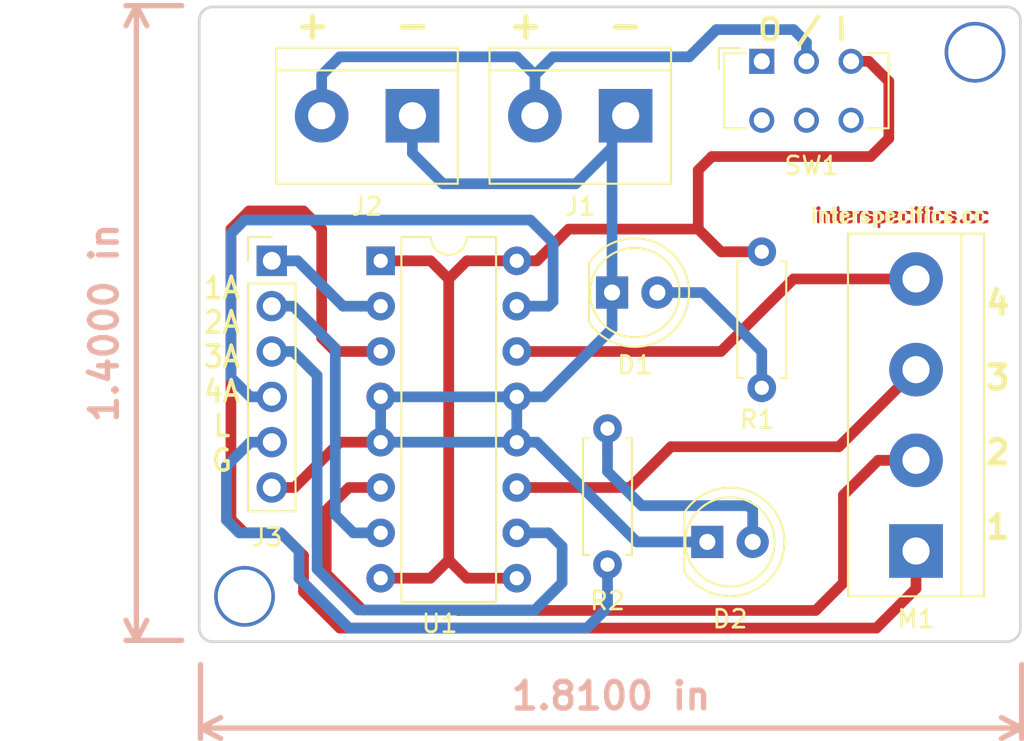
<source format=kicad_pcb>
(kicad_pcb (version 20171130) (host pcbnew "(5.0.0)")

  (general
    (thickness 1.6)
    (drawings 19)
    (tracks 139)
    (zones 0)
    (modules 10)
    (nets 16)
  )

  (page A4)
  (layers
    (0 F.Cu signal)
    (31 B.Cu signal)
    (32 B.Adhes user)
    (33 F.Adhes user)
    (34 B.Paste user)
    (35 F.Paste user)
    (36 B.SilkS user)
    (37 F.SilkS user)
    (38 B.Mask user)
    (39 F.Mask user)
    (40 Dwgs.User user)
    (41 Cmts.User user)
    (42 Eco1.User user)
    (43 Eco2.User user)
    (44 Edge.Cuts user)
    (45 Margin user)
    (46 B.CrtYd user)
    (47 F.CrtYd user)
    (48 B.Fab user)
    (49 F.Fab user)
  )

  (setup
    (last_trace_width 0.6)
    (trace_clearance 0.2)
    (zone_clearance 0.508)
    (zone_45_only no)
    (trace_min 0.2)
    (segment_width 0.2)
    (edge_width 0.15)
    (via_size 0.8)
    (via_drill 0.4)
    (via_min_size 0.4)
    (via_min_drill 0.3)
    (uvia_size 0.3)
    (uvia_drill 0.1)
    (uvias_allowed no)
    (uvia_min_size 0.2)
    (uvia_min_drill 0.1)
    (pcb_text_width 0.3)
    (pcb_text_size 1.5 1.5)
    (mod_edge_width 0.15)
    (mod_text_size 1 1)
    (mod_text_width 0.15)
    (pad_size 1.524 1.524)
    (pad_drill 0.762)
    (pad_to_mask_clearance 0.2)
    (aux_axis_origin 0 0)
    (visible_elements 7FFFFFFF)
    (pcbplotparams
      (layerselection 0x010fc_ffffffff)
      (usegerberextensions false)
      (usegerberattributes false)
      (usegerberadvancedattributes false)
      (creategerberjobfile false)
      (excludeedgelayer true)
      (linewidth 0.100000)
      (plotframeref false)
      (viasonmask false)
      (mode 1)
      (useauxorigin false)
      (hpglpennumber 1)
      (hpglpenspeed 20)
      (hpglpendiameter 15.000000)
      (psnegative false)
      (psa4output false)
      (plotreference true)
      (plotvalue true)
      (plotinvisibletext false)
      (padsonsilk false)
      (subtractmaskfromsilk false)
      (outputformat 1)
      (mirror false)
      (drillshape 1)
      (scaleselection 1)
      (outputdirectory ""))
  )

  (net 0 "")
  (net 1 GND)
  (net 2 "Net-(D1-Pad2)")
  (net 3 "Net-(D2-Pad2)")
  (net 4 "Net-(J1-Pad2)")
  (net 5 "Net-(J3-Pad1)")
  (net 6 "Net-(J3-Pad2)")
  (net 7 "Net-(J3-Pad3)")
  (net 8 "Net-(J3-Pad4)")
  (net 9 "Net-(J3-Pad5)")
  (net 10 "Net-(M1-Pad2)")
  (net 11 "Net-(M1-Pad3)")
  (net 12 "Net-(M1-Pad1)")
  (net 13 "Net-(M1-Pad4)")
  (net 14 VCC)
  (net 15 "Net-(SW1-Pad1)")

  (net_class Default "Esta es la clase de red por defecto."
    (clearance 0.2)
    (trace_width 0.6)
    (via_dia 0.8)
    (via_drill 0.4)
    (uvia_dia 0.3)
    (uvia_drill 0.1)
    (add_net GND)
    (add_net "Net-(D1-Pad2)")
    (add_net "Net-(D2-Pad2)")
    (add_net "Net-(J1-Pad2)")
    (add_net "Net-(J3-Pad1)")
    (add_net "Net-(J3-Pad2)")
    (add_net "Net-(J3-Pad3)")
    (add_net "Net-(J3-Pad4)")
    (add_net "Net-(J3-Pad5)")
    (add_net "Net-(M1-Pad1)")
    (add_net "Net-(M1-Pad2)")
    (add_net "Net-(M1-Pad3)")
    (add_net "Net-(M1-Pad4)")
    (add_net "Net-(SW1-Pad1)")
    (add_net VCC)
  )

  (module LED_THT:LED_D5.0mm_FlatTop (layer F.Cu) (tedit 5880A862) (tstamp 5C795642)
    (at 125.73 79.502)
    (descr "LED, Round, FlatTop, diameter 5.0mm, 2 pins, http://www.kingbright.com/attachments/file/psearch/000/00/00/L-483GDT(Ver.15B).pdf")
    (tags "LED Round FlatTop diameter 5.0mm 2 pins")
    (path /5C6CBF9C)
    (fp_text reference D1 (at 1.27 4.064) (layer F.SilkS)
      (effects (font (size 1 1) (thickness 0.15)))
    )
    (fp_text value LED (at 1.27 -4.064) (layer F.Fab)
      (effects (font (size 1 1) (thickness 0.15)))
    )
    (fp_arc (start 1.27 0) (end -1.23 -1.566046) (angle 295.9) (layer F.Fab) (width 0.1))
    (fp_arc (start 1.27 0) (end -1.29 -1.639512) (angle 147.4) (layer F.SilkS) (width 0.12))
    (fp_arc (start 1.27 0) (end -1.29 1.639512) (angle -147.4) (layer F.SilkS) (width 0.12))
    (fp_circle (center 1.27 0) (end 3.77 0) (layer F.Fab) (width 0.1))
    (fp_circle (center 1.27 0) (end 3.77 0) (layer F.SilkS) (width 0.12))
    (fp_line (start -1.23 -1.566046) (end -1.23 1.566046) (layer F.Fab) (width 0.1))
    (fp_line (start -1.29 -1.64) (end -1.29 1.64) (layer F.SilkS) (width 0.12))
    (fp_line (start -2 -3.3) (end -2 3.3) (layer F.CrtYd) (width 0.05))
    (fp_line (start -2 3.3) (end 4.55 3.3) (layer F.CrtYd) (width 0.05))
    (fp_line (start 4.55 3.3) (end 4.55 -3.3) (layer F.CrtYd) (width 0.05))
    (fp_line (start 4.55 -3.3) (end -2 -3.3) (layer F.CrtYd) (width 0.05))
    (pad 1 thru_hole rect (at 0 0) (size 1.8 1.8) (drill 0.9) (layers *.Cu *.Mask)
      (net 1 GND))
    (pad 2 thru_hole circle (at 2.54 0) (size 1.8 1.8) (drill 0.9) (layers *.Cu *.Mask)
      (net 2 "Net-(D1-Pad2)"))
    (model ${KISYS3DMOD}/LED_THT.3dshapes/LED_D5.0mm_FlatTop.wrl
      (at (xyz 0 0 0))
      (scale (xyz 1 1 1))
      (rotate (xyz 0 0 0))
    )
  )

  (module LED_THT:LED_D5.0mm_FlatTop (layer F.Cu) (tedit 5880A862) (tstamp 5C795653)
    (at 131.064 93.472)
    (descr "LED, Round, FlatTop, diameter 5.0mm, 2 pins, http://www.kingbright.com/attachments/file/psearch/000/00/00/L-483GDT(Ver.15B).pdf")
    (tags "LED Round FlatTop diameter 5.0mm 2 pins")
    (path /5C6D3DFE)
    (fp_text reference D2 (at 1.27 4.318) (layer F.SilkS)
      (effects (font (size 1 1) (thickness 0.15)))
    )
    (fp_text value LED (at 1.016 -4.064) (layer F.Fab)
      (effects (font (size 1 1) (thickness 0.15)))
    )
    (fp_line (start 4.55 -3.3) (end -2 -3.3) (layer F.CrtYd) (width 0.05))
    (fp_line (start 4.55 3.3) (end 4.55 -3.3) (layer F.CrtYd) (width 0.05))
    (fp_line (start -2 3.3) (end 4.55 3.3) (layer F.CrtYd) (width 0.05))
    (fp_line (start -2 -3.3) (end -2 3.3) (layer F.CrtYd) (width 0.05))
    (fp_line (start -1.29 -1.64) (end -1.29 1.64) (layer F.SilkS) (width 0.12))
    (fp_line (start -1.23 -1.566046) (end -1.23 1.566046) (layer F.Fab) (width 0.1))
    (fp_circle (center 1.27 0) (end 3.77 0) (layer F.SilkS) (width 0.12))
    (fp_circle (center 1.27 0) (end 3.77 0) (layer F.Fab) (width 0.1))
    (fp_arc (start 1.27 0) (end -1.29 1.639512) (angle -147.4) (layer F.SilkS) (width 0.12))
    (fp_arc (start 1.27 0) (end -1.29 -1.639512) (angle 147.4) (layer F.SilkS) (width 0.12))
    (fp_arc (start 1.27 0) (end -1.23 -1.566046) (angle 295.9) (layer F.Fab) (width 0.1))
    (pad 2 thru_hole circle (at 2.54 0) (size 1.8 1.8) (drill 0.9) (layers *.Cu *.Mask)
      (net 3 "Net-(D2-Pad2)"))
    (pad 1 thru_hole rect (at 0 0) (size 1.8 1.8) (drill 0.9) (layers *.Cu *.Mask)
      (net 1 GND))
    (model ${KISYS3DMOD}/LED_THT.3dshapes/LED_D5.0mm_FlatTop.wrl
      (at (xyz 0 0 0))
      (scale (xyz 1 1 1))
      (rotate (xyz 0 0 0))
    )
  )

  (module TerminalBlock:TerminalBlock_bornier-2_P5.08mm (layer F.Cu) (tedit 5C6CFA8C) (tstamp 5C795668)
    (at 126.492 69.596 180)
    (descr "simple 2-pin terminal block, pitch 5.08mm, revamped version of bornier2")
    (tags "terminal block bornier2")
    (path /5C6CCC3A)
    (fp_text reference J1 (at 2.54 -5.08 180) (layer F.SilkS)
      (effects (font (size 1 1) (thickness 0.15)))
    )
    (fp_text value POW (at 2.54 5.08 180) (layer F.Fab)
      (effects (font (size 1 1) (thickness 0.15)))
    )
    (fp_text user %R (at 2.54 0 180) (layer F.Fab)
      (effects (font (size 1 1) (thickness 0.15)))
    )
    (fp_line (start -2.41 2.55) (end 7.49 2.55) (layer F.Fab) (width 0.1))
    (fp_line (start -2.46 -3.75) (end -2.46 3.75) (layer F.Fab) (width 0.1))
    (fp_line (start -2.46 3.75) (end 7.54 3.75) (layer F.Fab) (width 0.1))
    (fp_line (start 7.54 3.75) (end 7.54 -3.75) (layer F.Fab) (width 0.1))
    (fp_line (start 7.54 -3.75) (end -2.46 -3.75) (layer F.Fab) (width 0.1))
    (fp_line (start 7.62 2.54) (end -2.54 2.54) (layer F.SilkS) (width 0.12))
    (fp_line (start 7.62 3.81) (end 7.62 -3.81) (layer F.SilkS) (width 0.12))
    (fp_line (start 7.62 -3.81) (end -2.54 -3.81) (layer F.SilkS) (width 0.12))
    (fp_line (start -2.54 -3.81) (end -2.54 3.81) (layer F.SilkS) (width 0.12))
    (fp_line (start -2.54 3.81) (end 7.62 3.81) (layer F.SilkS) (width 0.12))
    (fp_line (start -2.71 -4) (end 7.79 -4) (layer F.CrtYd) (width 0.05))
    (fp_line (start -2.71 -4) (end -2.71 4) (layer F.CrtYd) (width 0.05))
    (fp_line (start 7.79 4) (end 7.79 -4) (layer F.CrtYd) (width 0.05))
    (fp_line (start 7.79 4) (end -2.71 4) (layer F.CrtYd) (width 0.05))
    (pad 1 thru_hole rect (at 0 0 180) (size 3 3) (drill 1.52) (layers *.Cu *.Mask)
      (net 1 GND))
    (pad 2 thru_hole circle (at 5.08 0 180) (size 3 3) (drill 1.52) (layers *.Cu *.Mask)
      (net 4 "Net-(J1-Pad2)"))
    (model ${KISYS3DMOD}/TerminalBlock.3dshapes/TerminalBlock_bornier-2_P5.08mm.wrl
      (offset (xyz 2.539999961853027 0 0))
      (scale (xyz 1 1 1))
      (rotate (xyz 0 0 0))
    )
  )

  (module TerminalBlock:TerminalBlock_bornier-2_P5.08mm (layer F.Cu) (tedit 5C6CFA82) (tstamp 5C79567D)
    (at 114.554 69.596 180)
    (descr "simple 2-pin terminal block, pitch 5.08mm, revamped version of bornier2")
    (tags "terminal block bornier2")
    (path /5C6D97E3)
    (fp_text reference J2 (at 2.54 -5.08 180) (layer F.SilkS)
      (effects (font (size 1 1) (thickness 0.15)))
    )
    (fp_text value POW (at 2.54 5.08 180) (layer F.Fab)
      (effects (font (size 1 1) (thickness 0.15)))
    )
    (fp_line (start 7.79 4) (end -2.71 4) (layer F.CrtYd) (width 0.05))
    (fp_line (start 7.79 4) (end 7.79 -4) (layer F.CrtYd) (width 0.05))
    (fp_line (start -2.71 -4) (end -2.71 4) (layer F.CrtYd) (width 0.05))
    (fp_line (start -2.71 -4) (end 7.79 -4) (layer F.CrtYd) (width 0.05))
    (fp_line (start -2.54 3.81) (end 7.62 3.81) (layer F.SilkS) (width 0.12))
    (fp_line (start -2.54 -3.81) (end -2.54 3.81) (layer F.SilkS) (width 0.12))
    (fp_line (start 7.62 -3.81) (end -2.54 -3.81) (layer F.SilkS) (width 0.12))
    (fp_line (start 7.62 3.81) (end 7.62 -3.81) (layer F.SilkS) (width 0.12))
    (fp_line (start 7.62 2.54) (end -2.54 2.54) (layer F.SilkS) (width 0.12))
    (fp_line (start 7.54 -3.75) (end -2.46 -3.75) (layer F.Fab) (width 0.1))
    (fp_line (start 7.54 3.75) (end 7.54 -3.75) (layer F.Fab) (width 0.1))
    (fp_line (start -2.46 3.75) (end 7.54 3.75) (layer F.Fab) (width 0.1))
    (fp_line (start -2.46 -3.75) (end -2.46 3.75) (layer F.Fab) (width 0.1))
    (fp_line (start -2.41 2.55) (end 7.49 2.55) (layer F.Fab) (width 0.1))
    (fp_text user %R (at 2.54 0 180) (layer F.Fab)
      (effects (font (size 1 1) (thickness 0.15)))
    )
    (pad 2 thru_hole circle (at 5.08 0 180) (size 3 3) (drill 1.52) (layers *.Cu *.Mask)
      (net 4 "Net-(J1-Pad2)"))
    (pad 1 thru_hole rect (at 0 0 180) (size 3 3) (drill 1.52) (layers *.Cu *.Mask)
      (net 1 GND))
    (model ${KISYS3DMOD}/TerminalBlock.3dshapes/TerminalBlock_bornier-2_P5.08mm.wrl
      (offset (xyz 2.539999961853027 0 0))
      (scale (xyz 1 1 1))
      (rotate (xyz 0 0 0))
    )
  )

  (module Connector_PinHeader_2.54mm:PinHeader_1x06_P2.54mm_Vertical (layer F.Cu) (tedit 59FED5CC) (tstamp 5C795697)
    (at 106.68 77.724)
    (descr "Through hole straight pin header, 1x06, 2.54mm pitch, single row")
    (tags "Through hole pin header THT 1x06 2.54mm single row")
    (path /5C6D7131)
    (fp_text reference J3 (at -0.254 15.494) (layer F.SilkS)
      (effects (font (size 1 1) (thickness 0.15)))
    )
    (fp_text value Conn_01x06_Male (at 2.794 6.604 90) (layer F.Fab)
      (effects (font (size 1 1) (thickness 0.15)))
    )
    (fp_line (start -0.635 -1.27) (end 1.27 -1.27) (layer F.Fab) (width 0.1))
    (fp_line (start 1.27 -1.27) (end 1.27 13.97) (layer F.Fab) (width 0.1))
    (fp_line (start 1.27 13.97) (end -1.27 13.97) (layer F.Fab) (width 0.1))
    (fp_line (start -1.27 13.97) (end -1.27 -0.635) (layer F.Fab) (width 0.1))
    (fp_line (start -1.27 -0.635) (end -0.635 -1.27) (layer F.Fab) (width 0.1))
    (fp_line (start -1.33 14.03) (end 1.33 14.03) (layer F.SilkS) (width 0.12))
    (fp_line (start -1.33 1.27) (end -1.33 14.03) (layer F.SilkS) (width 0.12))
    (fp_line (start 1.33 1.27) (end 1.33 14.03) (layer F.SilkS) (width 0.12))
    (fp_line (start -1.33 1.27) (end 1.33 1.27) (layer F.SilkS) (width 0.12))
    (fp_line (start -1.33 0) (end -1.33 -1.33) (layer F.SilkS) (width 0.12))
    (fp_line (start -1.33 -1.33) (end 0 -1.33) (layer F.SilkS) (width 0.12))
    (fp_line (start -1.8 -1.8) (end -1.8 14.5) (layer F.CrtYd) (width 0.05))
    (fp_line (start -1.8 14.5) (end 1.8 14.5) (layer F.CrtYd) (width 0.05))
    (fp_line (start 1.8 14.5) (end 1.8 -1.8) (layer F.CrtYd) (width 0.05))
    (fp_line (start 1.8 -1.8) (end -1.8 -1.8) (layer F.CrtYd) (width 0.05))
    (fp_text user %R (at 0 6.35 90) (layer F.Fab)
      (effects (font (size 1 1) (thickness 0.15)))
    )
    (pad 1 thru_hole rect (at 0 0) (size 1.7 1.7) (drill 1) (layers *.Cu *.Mask)
      (net 5 "Net-(J3-Pad1)"))
    (pad 2 thru_hole oval (at 0 2.54) (size 1.7 1.7) (drill 1) (layers *.Cu *.Mask)
      (net 6 "Net-(J3-Pad2)"))
    (pad 3 thru_hole oval (at 0 5.08) (size 1.7 1.7) (drill 1) (layers *.Cu *.Mask)
      (net 7 "Net-(J3-Pad3)"))
    (pad 4 thru_hole oval (at 0 7.62) (size 1.7 1.7) (drill 1) (layers *.Cu *.Mask)
      (net 8 "Net-(J3-Pad4)"))
    (pad 5 thru_hole oval (at 0 10.16) (size 1.7 1.7) (drill 1) (layers *.Cu *.Mask)
      (net 9 "Net-(J3-Pad5)"))
    (pad 6 thru_hole oval (at 0 12.7) (size 1.7 1.7) (drill 1) (layers *.Cu *.Mask)
      (net 1 GND))
    (model ${KISYS3DMOD}/Connector_PinHeader_2.54mm.3dshapes/PinHeader_1x06_P2.54mm_Vertical.wrl
      (at (xyz 0 0 0))
      (scale (xyz 1 1 1))
      (rotate (xyz 0 0 0))
    )
  )

  (module TerminalBlock:TerminalBlock_bornier-4_P5.08mm (layer F.Cu) (tedit 59FF03D1) (tstamp 5C7956AF)
    (at 142.748 93.98 90)
    (descr "simple 4-pin terminal block, pitch 5.08mm, revamped version of bornier4")
    (tags "terminal block bornier4")
    (path /5C6CBD64)
    (fp_text reference M1 (at -3.81 0 180) (layer F.SilkS)
      (effects (font (size 1 1) (thickness 0.15)))
    )
    (fp_text value Stepper_Motor_bipolar (at 8.128 -5.334 90) (layer F.Fab)
      (effects (font (size 1 1) (thickness 0.15)))
    )
    (fp_text user %R (at 7.62 0 180) (layer F.Fab)
      (effects (font (size 1 1) (thickness 0.15)))
    )
    (fp_line (start -2.48 2.55) (end 17.72 2.55) (layer F.Fab) (width 0.1))
    (fp_line (start -2.43 3.75) (end -2.48 3.75) (layer F.Fab) (width 0.1))
    (fp_line (start -2.48 3.75) (end -2.48 -3.75) (layer F.Fab) (width 0.1))
    (fp_line (start -2.48 -3.75) (end 17.72 -3.75) (layer F.Fab) (width 0.1))
    (fp_line (start 17.72 -3.75) (end 17.72 3.75) (layer F.Fab) (width 0.1))
    (fp_line (start 17.72 3.75) (end -2.43 3.75) (layer F.Fab) (width 0.1))
    (fp_line (start -2.54 -3.81) (end -2.54 3.81) (layer F.SilkS) (width 0.12))
    (fp_line (start 17.78 3.81) (end 17.78 -3.81) (layer F.SilkS) (width 0.12))
    (fp_line (start 17.78 2.54) (end -2.54 2.54) (layer F.SilkS) (width 0.12))
    (fp_line (start -2.54 -3.81) (end 17.78 -3.81) (layer F.SilkS) (width 0.12))
    (fp_line (start -2.54 3.81) (end 17.78 3.81) (layer F.SilkS) (width 0.12))
    (fp_line (start -2.73 -4) (end 17.97 -4) (layer F.CrtYd) (width 0.05))
    (fp_line (start -2.73 -4) (end -2.73 4) (layer F.CrtYd) (width 0.05))
    (fp_line (start 17.97 4) (end 17.97 -4) (layer F.CrtYd) (width 0.05))
    (fp_line (start 17.97 4) (end -2.73 4) (layer F.CrtYd) (width 0.05))
    (pad 2 thru_hole circle (at 5.08 0 90) (size 3 3) (drill 1.52) (layers *.Cu *.Mask)
      (net 10 "Net-(M1-Pad2)"))
    (pad 3 thru_hole circle (at 10.16 0 90) (size 3 3) (drill 1.52) (layers *.Cu *.Mask)
      (net 11 "Net-(M1-Pad3)"))
    (pad 1 thru_hole rect (at 0 0 90) (size 3 3) (drill 1.52) (layers *.Cu *.Mask)
      (net 12 "Net-(M1-Pad1)"))
    (pad 4 thru_hole circle (at 15.24 0 90) (size 3 3) (drill 1.52) (layers *.Cu *.Mask)
      (net 13 "Net-(M1-Pad4)"))
    (model ${KISYS3DMOD}/TerminalBlock.3dshapes/TerminalBlock_bornier-4_P5.08mm.wrl
      (offset (xyz 7.619999885559082 0 0))
      (scale (xyz 1 1 1))
      (rotate (xyz 0 0 0))
    )
  )

  (module Button_Switch_THT:SW_CuK_JS202011CQN_DPDT_Straight (layer F.Cu) (tedit 5C6CFA99) (tstamp 5C7956F9)
    (at 134.112 66.548)
    (descr "CuK sub miniature slide switch, JS series, DPDT, right angle, http://www.ckswitches.com/media/1422/js.pdf")
    (tags "switch DPDT")
    (path /5C6D0314)
    (fp_text reference SW1 (at 2.794 5.842) (layer F.SilkS)
      (effects (font (size 1 1) (thickness 0.15)))
    )
    (fp_text value SWITCH (at 2.54 -2.286) (layer F.Fab)
      (effects (font (size 1 1) (thickness 0.15)))
    )
    (fp_line (start -1 -0.35) (end 7 -0.35) (layer F.Fab) (width 0.1))
    (fp_line (start 7 -0.35) (end 7 3.65) (layer F.Fab) (width 0.1))
    (fp_line (start 7 3.65) (end -2 3.65) (layer F.Fab) (width 0.1))
    (fp_line (start -2 3.65) (end -2 0.65) (layer F.Fab) (width 0.1))
    (fp_text user %R (at 2 1.65) (layer F.Fab)
      (effects (font (size 1 1) (thickness 0.15)))
    )
    (fp_line (start -0.9 -0.45) (end -2.1 -0.45) (layer F.SilkS) (width 0.12))
    (fp_line (start -2.1 -0.45) (end -2.1 3.75) (layer F.SilkS) (width 0.12))
    (fp_line (start -2.1 3.75) (end -0.9 3.75) (layer F.SilkS) (width 0.12))
    (fp_line (start 5.9 -0.45) (end 7.1 -0.45) (layer F.SilkS) (width 0.12))
    (fp_line (start 7.1 -0.45) (end 7.1 3.75) (layer F.SilkS) (width 0.12))
    (fp_line (start 7.1 3.75) (end 5.9 3.75) (layer F.SilkS) (width 0.12))
    (fp_line (start -1.2 -0.75) (end -2.4 -0.75) (layer F.SilkS) (width 0.12))
    (fp_line (start -2.4 -0.75) (end -2.4 0.45) (layer F.SilkS) (width 0.12))
    (fp_line (start -2.25 -0.95) (end 7.25 -0.95) (layer F.CrtYd) (width 0.05))
    (fp_line (start 7.25 -0.95) (end 7.25 4.25) (layer F.CrtYd) (width 0.05))
    (fp_line (start 7.25 4.25) (end -2.25 4.25) (layer F.CrtYd) (width 0.05))
    (fp_line (start -2.25 4.25) (end -2.25 -0.95) (layer F.CrtYd) (width 0.05))
    (fp_line (start -1 -0.35) (end -2 0.65) (layer F.Fab) (width 0.1))
    (pad 6 thru_hole circle (at 5 3.3) (size 1.4 1.4) (drill 0.9) (layers *.Cu *.Mask))
    (pad 5 thru_hole circle (at 2.5 3.3) (size 1.4 1.4) (drill 0.9) (layers *.Cu *.Mask))
    (pad 4 thru_hole circle (at 0 3.3) (size 1.4 1.4) (drill 0.9) (layers *.Cu *.Mask))
    (pad 3 thru_hole circle (at 5 0) (size 1.4 1.4) (drill 0.9) (layers *.Cu *.Mask)
      (net 14 VCC))
    (pad 2 thru_hole circle (at 2.5 0) (size 1.4 1.4) (drill 0.9) (layers *.Cu *.Mask)
      (net 4 "Net-(J1-Pad2)"))
    (pad 1 thru_hole rect (at 0 0) (size 1.4 1.4) (drill 0.9) (layers *.Cu *.Mask)
      (net 15 "Net-(SW1-Pad1)"))
    (model ${KISYS3DMOD}/Button_Switch_THT.3dshapes/SW_CuK_JS202011CQN_DPDT_Straight.wrl
      (at (xyz 0 0 0))
      (scale (xyz 1 1 1))
      (rotate (xyz 0 0 0))
    )
  )

  (module Package_DIP:DIP-16_W7.62mm (layer F.Cu) (tedit 5A02E8C5) (tstamp 5C79571D)
    (at 112.776 77.724)
    (descr "16-lead though-hole mounted DIP package, row spacing 7.62 mm (300 mils)")
    (tags "THT DIP DIL PDIP 2.54mm 7.62mm 300mil")
    (path /5C6C9B9C)
    (fp_text reference U1 (at 3.302 20.32) (layer F.SilkS)
      (effects (font (size 1 1) (thickness 0.15)))
    )
    (fp_text value L293D (at 4.064 -2.54) (layer F.Fab)
      (effects (font (size 1 1) (thickness 0.15)))
    )
    (fp_arc (start 3.81 -1.33) (end 2.81 -1.33) (angle -180) (layer F.SilkS) (width 0.12))
    (fp_line (start 1.635 -1.27) (end 6.985 -1.27) (layer F.Fab) (width 0.1))
    (fp_line (start 6.985 -1.27) (end 6.985 19.05) (layer F.Fab) (width 0.1))
    (fp_line (start 6.985 19.05) (end 0.635 19.05) (layer F.Fab) (width 0.1))
    (fp_line (start 0.635 19.05) (end 0.635 -0.27) (layer F.Fab) (width 0.1))
    (fp_line (start 0.635 -0.27) (end 1.635 -1.27) (layer F.Fab) (width 0.1))
    (fp_line (start 2.81 -1.33) (end 1.16 -1.33) (layer F.SilkS) (width 0.12))
    (fp_line (start 1.16 -1.33) (end 1.16 19.11) (layer F.SilkS) (width 0.12))
    (fp_line (start 1.16 19.11) (end 6.46 19.11) (layer F.SilkS) (width 0.12))
    (fp_line (start 6.46 19.11) (end 6.46 -1.33) (layer F.SilkS) (width 0.12))
    (fp_line (start 6.46 -1.33) (end 4.81 -1.33) (layer F.SilkS) (width 0.12))
    (fp_line (start -1.1 -1.55) (end -1.1 19.3) (layer F.CrtYd) (width 0.05))
    (fp_line (start -1.1 19.3) (end 8.7 19.3) (layer F.CrtYd) (width 0.05))
    (fp_line (start 8.7 19.3) (end 8.7 -1.55) (layer F.CrtYd) (width 0.05))
    (fp_line (start 8.7 -1.55) (end -1.1 -1.55) (layer F.CrtYd) (width 0.05))
    (fp_text user %R (at 3.81 8.89) (layer F.Fab)
      (effects (font (size 1 1) (thickness 0.15)))
    )
    (pad 1 thru_hole rect (at 0 0) (size 1.6 1.6) (drill 0.8) (layers *.Cu *.Mask)
      (net 14 VCC))
    (pad 9 thru_hole oval (at 7.62 17.78) (size 1.6 1.6) (drill 0.8) (layers *.Cu *.Mask)
      (net 14 VCC))
    (pad 2 thru_hole oval (at 0 2.54) (size 1.6 1.6) (drill 0.8) (layers *.Cu *.Mask)
      (net 5 "Net-(J3-Pad1)"))
    (pad 10 thru_hole oval (at 7.62 15.24) (size 1.6 1.6) (drill 0.8) (layers *.Cu *.Mask)
      (net 7 "Net-(J3-Pad3)"))
    (pad 3 thru_hole oval (at 0 5.08) (size 1.6 1.6) (drill 0.8) (layers *.Cu *.Mask)
      (net 12 "Net-(M1-Pad1)"))
    (pad 11 thru_hole oval (at 7.62 12.7) (size 1.6 1.6) (drill 0.8) (layers *.Cu *.Mask)
      (net 11 "Net-(M1-Pad3)"))
    (pad 4 thru_hole oval (at 0 7.62) (size 1.6 1.6) (drill 0.8) (layers *.Cu *.Mask)
      (net 1 GND))
    (pad 12 thru_hole oval (at 7.62 10.16) (size 1.6 1.6) (drill 0.8) (layers *.Cu *.Mask)
      (net 1 GND))
    (pad 5 thru_hole oval (at 0 10.16) (size 1.6 1.6) (drill 0.8) (layers *.Cu *.Mask)
      (net 1 GND))
    (pad 13 thru_hole oval (at 7.62 7.62) (size 1.6 1.6) (drill 0.8) (layers *.Cu *.Mask)
      (net 1 GND))
    (pad 6 thru_hole oval (at 0 12.7) (size 1.6 1.6) (drill 0.8) (layers *.Cu *.Mask)
      (net 10 "Net-(M1-Pad2)"))
    (pad 14 thru_hole oval (at 7.62 5.08) (size 1.6 1.6) (drill 0.8) (layers *.Cu *.Mask)
      (net 13 "Net-(M1-Pad4)"))
    (pad 7 thru_hole oval (at 0 15.24) (size 1.6 1.6) (drill 0.8) (layers *.Cu *.Mask)
      (net 6 "Net-(J3-Pad2)"))
    (pad 15 thru_hole oval (at 7.62 2.54) (size 1.6 1.6) (drill 0.8) (layers *.Cu *.Mask)
      (net 8 "Net-(J3-Pad4)"))
    (pad 8 thru_hole oval (at 0 17.78) (size 1.6 1.6) (drill 0.8) (layers *.Cu *.Mask)
      (net 14 VCC))
    (pad 16 thru_hole oval (at 7.62 0) (size 1.6 1.6) (drill 0.8) (layers *.Cu *.Mask)
      (net 14 VCC))
    (model ${KISYS3DMOD}/Package_DIP.3dshapes/DIP-16_W7.62mm.wrl
      (at (xyz 0 0 0))
      (scale (xyz 1 1 1))
      (rotate (xyz 0 0 0))
    )
  )

  (module Resistor_THT:R_Axial_DIN0207_L6.3mm_D2.5mm_P7.62mm_Horizontal (layer F.Cu) (tedit 5AE5139B) (tstamp 5C797931)
    (at 134.112 84.836 90)
    (descr "Resistor, Axial_DIN0207 series, Axial, Horizontal, pin pitch=7.62mm, 0.25W = 1/4W, length*diameter=6.3*2.5mm^2, http://cdn-reichelt.de/documents/datenblatt/B400/1_4W%23YAG.pdf")
    (tags "Resistor Axial_DIN0207 series Axial Horizontal pin pitch 7.62mm 0.25W = 1/4W length 6.3mm diameter 2.5mm")
    (path /5C6CC04D)
    (fp_text reference R1 (at -1.778 -0.254 -180) (layer F.SilkS)
      (effects (font (size 1 1) (thickness 0.15)))
    )
    (fp_text value 330 (at -0.508 -3.048 -180) (layer F.Fab)
      (effects (font (size 1 1) (thickness 0.15)))
    )
    (fp_text user %R (at 3.81 0) (layer F.Fab)
      (effects (font (size 1 1) (thickness 0.15)))
    )
    (fp_line (start 8.67 -1.5) (end -1.05 -1.5) (layer F.CrtYd) (width 0.05))
    (fp_line (start 8.67 1.5) (end 8.67 -1.5) (layer F.CrtYd) (width 0.05))
    (fp_line (start -1.05 1.5) (end 8.67 1.5) (layer F.CrtYd) (width 0.05))
    (fp_line (start -1.05 -1.5) (end -1.05 1.5) (layer F.CrtYd) (width 0.05))
    (fp_line (start 7.08 1.37) (end 7.08 1.04) (layer F.SilkS) (width 0.12))
    (fp_line (start 0.54 1.37) (end 7.08 1.37) (layer F.SilkS) (width 0.12))
    (fp_line (start 0.54 1.04) (end 0.54 1.37) (layer F.SilkS) (width 0.12))
    (fp_line (start 7.08 -1.37) (end 7.08 -1.04) (layer F.SilkS) (width 0.12))
    (fp_line (start 0.54 -1.37) (end 7.08 -1.37) (layer F.SilkS) (width 0.12))
    (fp_line (start 0.54 -1.04) (end 0.54 -1.37) (layer F.SilkS) (width 0.12))
    (fp_line (start 7.62 0) (end 6.96 0) (layer F.Fab) (width 0.1))
    (fp_line (start 0 0) (end 0.66 0) (layer F.Fab) (width 0.1))
    (fp_line (start 6.96 -1.25) (end 0.66 -1.25) (layer F.Fab) (width 0.1))
    (fp_line (start 6.96 1.25) (end 6.96 -1.25) (layer F.Fab) (width 0.1))
    (fp_line (start 0.66 1.25) (end 6.96 1.25) (layer F.Fab) (width 0.1))
    (fp_line (start 0.66 -1.25) (end 0.66 1.25) (layer F.Fab) (width 0.1))
    (pad 2 thru_hole oval (at 7.62 0 90) (size 1.6 1.6) (drill 0.8) (layers *.Cu *.Mask)
      (net 14 VCC))
    (pad 1 thru_hole circle (at 0 0 90) (size 1.6 1.6) (drill 0.8) (layers *.Cu *.Mask)
      (net 2 "Net-(D1-Pad2)"))
    (model ${KISYS3DMOD}/Resistor_THT.3dshapes/R_Axial_DIN0207_L6.3mm_D2.5mm_P7.62mm_Horizontal.wrl
      (at (xyz 0 0 0))
      (scale (xyz 1 1 1))
      (rotate (xyz 0 0 0))
    )
  )

  (module Resistor_THT:R_Axial_DIN0207_L6.3mm_D2.5mm_P7.62mm_Horizontal (layer F.Cu) (tedit 5AE5139B) (tstamp 5C795BAE)
    (at 125.476 87.122 270)
    (descr "Resistor, Axial_DIN0207 series, Axial, Horizontal, pin pitch=7.62mm, 0.25W = 1/4W, length*diameter=6.3*2.5mm^2, http://cdn-reichelt.de/documents/datenblatt/B400/1_4W%23YAG.pdf")
    (tags "Resistor Axial_DIN0207 series Axial Horizontal pin pitch 7.62mm 0.25W = 1/4W length 6.3mm diameter 2.5mm")
    (path /5C6D3E05)
    (fp_text reference R2 (at 9.652 0) (layer F.SilkS)
      (effects (font (size 1 1) (thickness 0.15)))
    )
    (fp_text value 330 (at -2.032 -0.254) (layer F.Fab)
      (effects (font (size 1 1) (thickness 0.15)))
    )
    (fp_line (start 0.66 -1.25) (end 0.66 1.25) (layer F.Fab) (width 0.1))
    (fp_line (start 0.66 1.25) (end 6.96 1.25) (layer F.Fab) (width 0.1))
    (fp_line (start 6.96 1.25) (end 6.96 -1.25) (layer F.Fab) (width 0.1))
    (fp_line (start 6.96 -1.25) (end 0.66 -1.25) (layer F.Fab) (width 0.1))
    (fp_line (start 0 0) (end 0.66 0) (layer F.Fab) (width 0.1))
    (fp_line (start 7.62 0) (end 6.96 0) (layer F.Fab) (width 0.1))
    (fp_line (start 0.54 -1.04) (end 0.54 -1.37) (layer F.SilkS) (width 0.12))
    (fp_line (start 0.54 -1.37) (end 7.08 -1.37) (layer F.SilkS) (width 0.12))
    (fp_line (start 7.08 -1.37) (end 7.08 -1.04) (layer F.SilkS) (width 0.12))
    (fp_line (start 0.54 1.04) (end 0.54 1.37) (layer F.SilkS) (width 0.12))
    (fp_line (start 0.54 1.37) (end 7.08 1.37) (layer F.SilkS) (width 0.12))
    (fp_line (start 7.08 1.37) (end 7.08 1.04) (layer F.SilkS) (width 0.12))
    (fp_line (start -1.05 -1.5) (end -1.05 1.5) (layer F.CrtYd) (width 0.05))
    (fp_line (start -1.05 1.5) (end 8.67 1.5) (layer F.CrtYd) (width 0.05))
    (fp_line (start 8.67 1.5) (end 8.67 -1.5) (layer F.CrtYd) (width 0.05))
    (fp_line (start 8.67 -1.5) (end -1.05 -1.5) (layer F.CrtYd) (width 0.05))
    (fp_text user %R (at 3.81 0 180) (layer F.Fab)
      (effects (font (size 1 1) (thickness 0.15)))
    )
    (pad 1 thru_hole circle (at 0 0 270) (size 1.6 1.6) (drill 0.8) (layers *.Cu *.Mask)
      (net 3 "Net-(D2-Pad2)"))
    (pad 2 thru_hole oval (at 7.62 0 270) (size 1.6 1.6) (drill 0.8) (layers *.Cu *.Mask)
      (net 9 "Net-(J3-Pad5)"))
    (model ${KISYS3DMOD}/Resistor_THT.3dshapes/R_Axial_DIN0207_L6.3mm_D2.5mm_P7.62mm_Horizontal.wrl
      (at (xyz 0 0 0))
      (scale (xyz 1 1 1))
      (rotate (xyz 0 0 0))
    )
  )

  (gr_text "O / I" (at 136.398 64.77) (layer F.SilkS)
    (effects (font (size 1.2 1.2) (thickness 0.25)))
  )
  (gr_text interspecifics.cc (at 141.732 75.184) (layer F.SilkS)
    (effects (font (size 0.8 0.8) (thickness 0.16)))
  )
  (gr_text "1A\n2A\n3A\n4A\nL\nG" (at 103.886 84.074) (layer F.SilkS)
    (effects (font (size 1.2 1.1) (thickness 0.2)))
  )
  (gr_text "4\n\n3\n\n2\n\n1" (at 147.32 86.36) (layer F.SilkS)
    (effects (font (size 1.3 1.3) (thickness 0.3)))
  )
  (gr_text - (at 126.492 64.516) (layer F.SilkS)
    (effects (font (size 1.5 1.5) (thickness 0.3)))
  )
  (gr_text + (at 120.904 64.516) (layer F.SilkS)
    (effects (font (size 1.5 1.5) (thickness 0.3)))
  )
  (gr_text + (at 108.966 64.516) (layer F.SilkS)
    (effects (font (size 1.5 1.5) (thickness 0.3)))
  )
  (gr_text - (at 114.554 64.516) (layer F.SilkS)
    (effects (font (size 1.5 1.5) (thickness 0.3)))
  )
  (dimension 45.974 (width 0.3) (layer B.SilkS)
    (gr_text "45.974 mm" (at 125.674122 105.996792) (layer B.SilkS)
      (effects (font (size 1.5 1.5) (thickness 0.3)))
    )
    (feature1 (pts (xy 102.687122 100.340792) (xy 102.687122 104.483213)))
    (feature2 (pts (xy 148.661122 100.340792) (xy 148.661122 104.483213)))
    (crossbar (pts (xy 148.661122 103.896792) (xy 102.687122 103.896792)))
    (arrow1a (pts (xy 102.687122 103.896792) (xy 103.813626 103.310371)))
    (arrow1b (pts (xy 102.687122 103.896792) (xy 103.813626 104.483213)))
    (arrow2a (pts (xy 148.661122 103.896792) (xy 147.534618 103.310371)))
    (arrow2b (pts (xy 148.661122 103.896792) (xy 147.534618 104.483213)))
  )
  (dimension 35.56 (width 0.3) (layer B.SilkS)
    (gr_text "35.560 mm" (at 97.000735 81.207735 90) (layer B.SilkS)
      (effects (font (size 1.5 1.5) (thickness 0.3)))
    )
    (feature1 (pts (xy 101.640735 63.427735) (xy 98.514314 63.427735)))
    (feature2 (pts (xy 101.640735 98.987735) (xy 98.514314 98.987735)))
    (crossbar (pts (xy 99.100735 98.987735) (xy 99.100735 63.427735)))
    (arrow1a (pts (xy 99.100735 63.427735) (xy 99.687156 64.554239)))
    (arrow1b (pts (xy 99.100735 63.427735) (xy 98.514314 64.554239)))
    (arrow2a (pts (xy 99.100735 98.987735) (xy 99.687156 97.861231)))
    (arrow2b (pts (xy 99.100735 98.987735) (xy 98.514314 97.861231)))
  )
  (gr_text interspecifics.cc (at 141.986 75.184) (layer F.Cu)
    (effects (font (size 0.8 0.8) (thickness 0.16)))
  )
  (gr_arc (start 147.828 98.298) (end 147.828 99.06) (angle -90) (layer Edge.Cuts) (width 0.15))
  (gr_arc (start 103.378 98.298) (end 102.616 98.298) (angle -90) (layer Edge.Cuts) (width 0.15))
  (gr_arc (start 103.378 64.262) (end 103.378 63.5) (angle -90) (layer Edge.Cuts) (width 0.15))
  (gr_arc (start 147.828 64.262) (end 148.59 64.262) (angle -90) (layer Edge.Cuts) (width 0.15))
  (gr_line (start 103.378 99.06) (end 147.828 99.06) (layer Edge.Cuts) (width 0.15))
  (gr_line (start 102.616 98.298) (end 102.616 64.262) (layer Edge.Cuts) (width 0.15))
  (gr_line (start 103.378 63.5) (end 147.828 63.5) (layer Edge.Cuts) (width 0.15))
  (gr_line (start 148.59 64.262) (end 148.59 98.298) (layer Edge.Cuts) (width 0.15))

  (via (at 146.05 66.04) (size 3.4) (drill 3) (layers F.Cu B.Cu) (net 0))
  (via (at 105.156 96.52) (size 3.4) (drill 3) (layers F.Cu B.Cu) (net 0))
  (segment (start 112.776 85.344) (end 112.776 87.884) (width 0.6) (layer B.Cu) (net 1))
  (segment (start 112.776 85.344) (end 120.396 85.344) (width 0.6) (layer B.Cu) (net 1))
  (segment (start 120.396 87.884) (end 120.396 85.344) (width 0.6) (layer B.Cu) (net 1))
  (segment (start 113.90737 87.884) (end 120.396 87.884) (width 0.6) (layer B.Cu) (net 1))
  (segment (start 112.776 87.884) (end 113.90737 87.884) (width 0.6) (layer B.Cu) (net 1))
  (segment (start 121.52737 87.884) (end 127.11537 93.472) (width 0.6) (layer B.Cu) (net 1))
  (segment (start 120.396 87.884) (end 121.52737 87.884) (width 0.6) (layer B.Cu) (net 1))
  (segment (start 127.11537 93.472) (end 131.064 93.472) (width 0.6) (layer B.Cu) (net 1))
  (segment (start 120.396 85.344) (end 121.92 85.344) (width 0.6) (layer B.Cu) (net 1))
  (segment (start 125.73 81.534) (end 125.73 79.502) (width 0.6) (layer B.Cu) (net 1))
  (segment (start 121.92 85.344) (end 125.73 81.534) (width 0.6) (layer B.Cu) (net 1))
  (segment (start 125.73 70.358) (end 126.492 69.596) (width 0.6) (layer B.Cu) (net 1))
  (segment (start 123.698 73.406) (end 125.73 71.374) (width 0.6) (layer B.Cu) (net 1))
  (segment (start 116.264 73.406) (end 123.698 73.406) (width 0.6) (layer B.Cu) (net 1))
  (segment (start 114.554 71.696) (end 116.264 73.406) (width 0.6) (layer B.Cu) (net 1))
  (segment (start 114.554 69.596) (end 114.554 71.696) (width 0.6) (layer B.Cu) (net 1))
  (segment (start 125.73 79.502) (end 125.73 71.374) (width 0.6) (layer B.Cu) (net 1))
  (segment (start 125.73 71.374) (end 125.73 70.358) (width 0.6) (layer B.Cu) (net 1))
  (segment (start 106.68 90.424) (end 107.95 90.424) (width 0.6) (layer F.Cu) (net 1))
  (segment (start 110.49 87.884) (end 112.776 87.884) (width 0.6) (layer F.Cu) (net 1))
  (segment (start 107.95 90.424) (end 110.49 87.884) (width 0.6) (layer F.Cu) (net 1))
  (segment (start 130.81 79.502) (end 128.27 79.502) (width 0.6) (layer B.Cu) (net 2))
  (segment (start 134.112 84.836) (end 134.112 82.804) (width 0.6) (layer B.Cu) (net 2))
  (segment (start 134.112 82.804) (end 130.81 79.502) (width 0.6) (layer B.Cu) (net 2))
  (segment (start 125.476 89.52337) (end 127.39263 91.44) (width 0.6) (layer B.Cu) (net 3))
  (segment (start 125.476 88.392) (end 125.476 89.52337) (width 0.6) (layer B.Cu) (net 3))
  (segment (start 127.39263 91.44) (end 133.35 91.44) (width 0.6) (layer B.Cu) (net 3))
  (segment (start 133.604 91.694) (end 133.604 93.472) (width 0.6) (layer B.Cu) (net 3))
  (segment (start 133.35 91.44) (end 133.604 91.694) (width 0.6) (layer B.Cu) (net 3))
  (segment (start 125.476 88.392) (end 125.476 87.122) (width 0.6) (layer B.Cu) (net 3))
  (segment (start 121.412 67.31) (end 121.412 69.596) (width 0.6) (layer B.Cu) (net 4))
  (segment (start 120.396 66.294) (end 121.412 67.31) (width 0.6) (layer B.Cu) (net 4))
  (segment (start 110.49 66.294) (end 120.396 66.294) (width 0.6) (layer B.Cu) (net 4))
  (segment (start 109.474 69.596) (end 109.474 67.31) (width 0.6) (layer B.Cu) (net 4))
  (segment (start 109.474 67.31) (end 110.49 66.294) (width 0.6) (layer B.Cu) (net 4))
  (segment (start 122.428 66.294) (end 121.412 67.31) (width 0.6) (layer B.Cu) (net 4))
  (segment (start 130.048 66.294) (end 122.428 66.294) (width 0.6) (layer B.Cu) (net 4))
  (segment (start 131.572 64.77) (end 130.048 66.294) (width 0.6) (layer B.Cu) (net 4))
  (segment (start 135.89 64.77) (end 131.572 64.77) (width 0.6) (layer B.Cu) (net 4))
  (segment (start 136.612 65.492) (end 135.89 64.77) (width 0.6) (layer B.Cu) (net 4))
  (segment (start 136.612 66.548) (end 136.612 65.492) (width 0.6) (layer B.Cu) (net 4))
  (segment (start 111.64463 80.264) (end 112.776 80.264) (width 0.6) (layer B.Cu) (net 5))
  (segment (start 110.67 80.264) (end 111.64463 80.264) (width 0.6) (layer B.Cu) (net 5))
  (segment (start 108.13 77.724) (end 110.67 80.264) (width 0.6) (layer B.Cu) (net 5))
  (segment (start 106.68 77.724) (end 108.13 77.724) (width 0.6) (layer B.Cu) (net 5))
  (segment (start 111.252 92.964) (end 112.776 92.964) (width 0.6) (layer B.Cu) (net 6))
  (segment (start 110.236 91.948) (end 111.252 92.964) (width 0.6) (layer B.Cu) (net 6))
  (segment (start 110.236 82.617919) (end 110.236 91.948) (width 0.6) (layer B.Cu) (net 6))
  (segment (start 106.68 80.264) (end 107.882081 80.264) (width 0.6) (layer B.Cu) (net 6))
  (segment (start 107.882081 80.264) (end 110.236 82.617919) (width 0.6) (layer B.Cu) (net 6))
  (segment (start 107.882081 82.804) (end 109.22 84.141919) (width 0.6) (layer B.Cu) (net 7))
  (segment (start 106.68 82.804) (end 107.882081 82.804) (width 0.6) (layer B.Cu) (net 7))
  (segment (start 122.174 92.964) (end 120.396 92.964) (width 0.6) (layer B.Cu) (net 7))
  (segment (start 122.936 93.726) (end 122.174 92.964) (width 0.6) (layer B.Cu) (net 7))
  (segment (start 121.412 97.282) (end 122.936 95.758) (width 0.6) (layer B.Cu) (net 7))
  (segment (start 121.158 97.282) (end 121.412 97.282) (width 0.6) (layer B.Cu) (net 7))
  (segment (start 122.936 95.758) (end 122.936 93.726) (width 0.6) (layer B.Cu) (net 7))
  (segment (start 111.506 97.282) (end 121.158 97.282) (width 0.6) (layer B.Cu) (net 7))
  (segment (start 111.506 97.282) (end 109.22 94.996) (width 0.6) (layer B.Cu) (net 7))
  (segment (start 109.22 84.141919) (end 109.22 94.996) (width 0.6) (layer B.Cu) (net 7))
  (segment (start 122.174 80.264) (end 120.396 80.264) (width 0.6) (layer B.Cu) (net 8))
  (segment (start 122.428 80.01) (end 122.174 80.264) (width 0.6) (layer B.Cu) (net 8))
  (segment (start 122.428 76.708) (end 122.428 80.01) (width 0.6) (layer B.Cu) (net 8))
  (segment (start 105.477919 85.344) (end 104.394 84.260081) (width 0.6) (layer B.Cu) (net 8))
  (segment (start 106.68 85.344) (end 105.477919 85.344) (width 0.6) (layer B.Cu) (net 8))
  (segment (start 104.394 84.260081) (end 104.394 76.2) (width 0.6) (layer B.Cu) (net 8))
  (segment (start 104.394 76.2) (end 105.156 75.438) (width 0.6) (layer B.Cu) (net 8))
  (segment (start 105.156 75.438) (end 121.158 75.438) (width 0.6) (layer B.Cu) (net 8))
  (segment (start 121.158 75.438) (end 122.428 76.708) (width 0.6) (layer B.Cu) (net 8))
  (segment (start 125.476 96.012) (end 125.476 94.742) (width 0.6) (layer B.Cu) (net 9))
  (segment (start 124.32137 98.298) (end 125.476 97.14337) (width 0.6) (layer B.Cu) (net 9))
  (segment (start 108.204 95.504) (end 110.998 98.298) (width 0.6) (layer B.Cu) (net 9))
  (segment (start 125.476 97.14337) (end 125.476 96.012) (width 0.6) (layer B.Cu) (net 9))
  (segment (start 108.204 93.98) (end 108.204 95.504) (width 0.6) (layer B.Cu) (net 9))
  (segment (start 105.477919 87.884) (end 104.14 89.221919) (width 0.6) (layer B.Cu) (net 9))
  (segment (start 106.68 87.884) (end 105.477919 87.884) (width 0.6) (layer B.Cu) (net 9))
  (segment (start 104.14 89.221919) (end 104.14 92.247998) (width 0.6) (layer B.Cu) (net 9))
  (segment (start 110.998 98.298) (end 124.32137 98.298) (width 0.6) (layer B.Cu) (net 9))
  (segment (start 104.14 92.247998) (end 104.856002 92.964) (width 0.6) (layer B.Cu) (net 9))
  (segment (start 104.856002 92.964) (end 107.188 92.964) (width 0.6) (layer B.Cu) (net 9))
  (segment (start 107.188 92.964) (end 108.204 93.98) (width 0.6) (layer B.Cu) (net 9))
  (segment (start 110.998 90.424) (end 112.776 90.424) (width 0.6) (layer F.Cu) (net 10))
  (segment (start 109.728 91.694) (end 110.998 90.424) (width 0.6) (layer F.Cu) (net 10))
  (segment (start 109.728 95.25) (end 109.728 91.694) (width 0.6) (layer F.Cu) (net 10))
  (segment (start 117.094 97.282) (end 111.76 97.282) (width 0.6) (layer F.Cu) (net 10))
  (segment (start 142.748 88.9) (end 140.62668 88.9) (width 0.6) (layer F.Cu) (net 10))
  (segment (start 138.684 90.84268) (end 138.684 95.758) (width 0.6) (layer F.Cu) (net 10))
  (segment (start 111.76 97.282) (end 109.728 95.25) (width 0.6) (layer F.Cu) (net 10))
  (segment (start 138.684 95.758) (end 137.129999 97.312001) (width 0.6) (layer F.Cu) (net 10))
  (segment (start 140.62668 88.9) (end 138.684 90.84268) (width 0.6) (layer F.Cu) (net 10))
  (segment (start 137.129999 97.312001) (end 117.124001 97.312001) (width 0.6) (layer F.Cu) (net 10))
  (segment (start 117.124001 97.312001) (end 117.094 97.282) (width 0.6) (layer F.Cu) (net 10))
  (segment (start 138.43 88.138) (end 142.748 83.82) (width 0.6) (layer F.Cu) (net 11))
  (segment (start 129.032 88.138) (end 138.43 88.138) (width 0.6) (layer F.Cu) (net 11))
  (segment (start 120.396 90.424) (end 126.746 90.424) (width 0.6) (layer F.Cu) (net 11))
  (segment (start 126.746 90.424) (end 129.032 88.138) (width 0.6) (layer F.Cu) (net 11))
  (segment (start 142.748 96.08) (end 142.748 93.98) (width 0.6) (layer F.Cu) (net 12))
  (segment (start 140.53 98.298) (end 142.748 96.08) (width 0.6) (layer F.Cu) (net 12))
  (segment (start 108.458 96.266) (end 110.49 98.298) (width 0.6) (layer F.Cu) (net 12))
  (segment (start 108.458 94.234) (end 108.458 96.266) (width 0.6) (layer F.Cu) (net 12))
  (segment (start 105.156 92.964) (end 107.188 92.964) (width 0.6) (layer F.Cu) (net 12))
  (segment (start 104.394 92.202) (end 105.156 92.964) (width 0.6) (layer F.Cu) (net 12))
  (segment (start 107.188 92.964) (end 108.458 94.234) (width 0.6) (layer F.Cu) (net 12))
  (segment (start 112.776 82.804) (end 110.236 82.804) (width 0.6) (layer F.Cu) (net 12))
  (segment (start 110.236 82.804) (end 109.474 82.042) (width 0.6) (layer F.Cu) (net 12))
  (segment (start 104.394 75.946) (end 104.394 92.202) (width 0.6) (layer F.Cu) (net 12))
  (segment (start 109.474 82.042) (end 109.474 75.946) (width 0.6) (layer F.Cu) (net 12))
  (segment (start 109.474 75.946) (end 108.458 74.93) (width 0.6) (layer F.Cu) (net 12))
  (segment (start 110.49 98.298) (end 140.53 98.298) (width 0.6) (layer F.Cu) (net 12))
  (segment (start 108.458 74.93) (end 105.41 74.93) (width 0.6) (layer F.Cu) (net 12))
  (segment (start 105.41 74.93) (end 104.394 75.946) (width 0.6) (layer F.Cu) (net 12))
  (segment (start 135.89 78.74) (end 142.748 78.74) (width 0.6) (layer F.Cu) (net 13))
  (segment (start 120.396 82.804) (end 131.826 82.804) (width 0.6) (layer F.Cu) (net 13))
  (segment (start 131.826 82.804) (end 135.89 78.74) (width 0.6) (layer F.Cu) (net 13))
  (segment (start 112.776 95.504) (end 113.90737 95.504) (width 0.6) (layer F.Cu) (net 14))
  (segment (start 112.776 77.724) (end 114.176 77.724) (width 0.6) (layer F.Cu) (net 14))
  (segment (start 116.586 94.488) (end 115.57 95.504) (width 0.6) (layer F.Cu) (net 14))
  (segment (start 113.90737 95.504) (end 115.57 95.504) (width 0.6) (layer F.Cu) (net 14))
  (segment (start 116.586 78.74) (end 115.57 77.724) (width 0.6) (layer F.Cu) (net 14))
  (segment (start 114.176 77.724) (end 115.57 77.724) (width 0.6) (layer F.Cu) (net 14))
  (segment (start 116.586 78.74) (end 116.586 94.488) (width 0.6) (layer F.Cu) (net 14))
  (segment (start 116.586 78.74) (end 117.602 77.724) (width 0.6) (layer F.Cu) (net 14))
  (segment (start 117.602 77.724) (end 120.396 77.724) (width 0.6) (layer F.Cu) (net 14))
  (segment (start 116.586 94.488) (end 117.602 95.504) (width 0.6) (layer F.Cu) (net 14))
  (segment (start 117.602 95.504) (end 120.396 95.504) (width 0.6) (layer F.Cu) (net 14))
  (segment (start 140.101949 66.548) (end 139.112 66.548) (width 0.6) (layer F.Cu) (net 14))
  (segment (start 141.224 67.670051) (end 141.224 70.866) (width 0.6) (layer F.Cu) (net 14))
  (segment (start 141.224 67.670051) (end 140.101949 66.548) (width 0.6) (layer F.Cu) (net 14))
  (segment (start 141.224 70.866) (end 140.208 71.882) (width 0.6) (layer F.Cu) (net 14))
  (segment (start 140.208 71.882) (end 131.318 71.882) (width 0.6) (layer F.Cu) (net 14))
  (segment (start 131.318 71.882) (end 130.556 72.644) (width 0.6) (layer F.Cu) (net 14))
  (segment (start 130.556 72.644) (end 130.556 75.946) (width 0.6) (layer F.Cu) (net 14))
  (segment (start 130.556 75.946) (end 131.826 77.216) (width 0.6) (layer F.Cu) (net 14))
  (segment (start 131.826 77.216) (end 134.112 77.216) (width 0.6) (layer F.Cu) (net 14))
  (segment (start 123.30537 75.946) (end 130.556 75.946) (width 0.6) (layer F.Cu) (net 14))
  (segment (start 121.52737 77.724) (end 123.30537 75.946) (width 0.6) (layer F.Cu) (net 14))
  (segment (start 120.396 77.724) (end 121.52737 77.724) (width 0.6) (layer F.Cu) (net 14))

)

</source>
